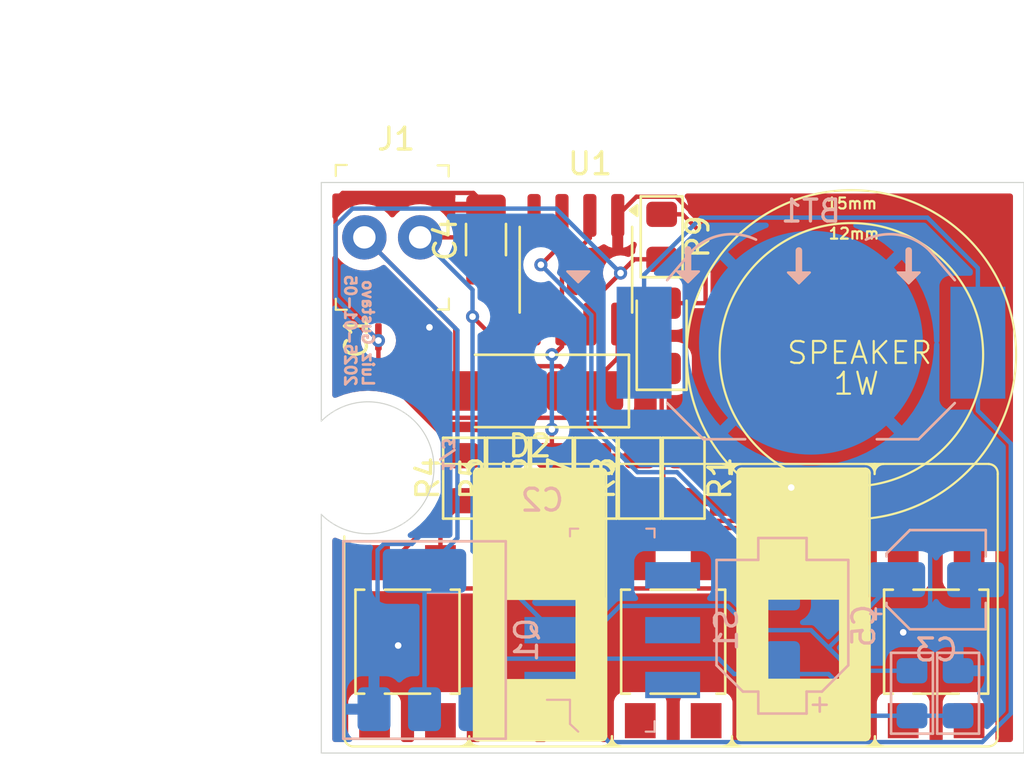
<source format=kicad_pcb>
(kicad_pcb (version 20240108) (generator "pcbnew") (generator_version "8.0")
  (layers (0 "F.Cu" signal) (31 "B.Cu" signal) (34 "B.Paste" user) (35 "F.Paste" user) (36 "B.SilkS" user "B.Silkscreen") (37 "F.SilkS" user "F.Silkscreen") (38 "B.Mask" user) (39 "F.Mask" user) (44 "Edge.Cuts" user))
  (net 0 "")
  (net 1 "GND")
  (net 2 "Net-(BT1-+)")
  (net 3 "K0")
  (net 4 "Net-(U1-CV)")
  (net 5 "555_OUT")
  (net 6 "Net-(Q1-B)")
  (net 7 "3V")
  (net 8 "Net-(D1-K)")
  (net 9 "Net-(D2-A)")
  (net 10 "K1")
  (net 11 "Net-(R4-Pad1)")
  (net 12 "Net-(R5-Pad1)")
  (net 13 "Net-(R6-Pad1)")
  (net 14 "Net-(R7-Pad1)")
  (net 15 "Net-(R8-Pad1)")
  (footprint "Button_Switch_SMD:SW_SPST_TL3305B" (layer "F.Cu") (at 119.525 118.425 90)
    (property "Reference" "SW3" (hide yes))
    (property "Value" "TL3305")
    (fp_line (start 2.37 -2.37) (end 2.37 -1.97) (stroke (width 0.12)) (layer "F.SilkS"))
    (fp_line (start -2.37 -2.37) (end 2.37 -2.37) (stroke (width 0.12)) (layer "F.SilkS"))
    (fp_line (start -2.37 -2.37) (end -2.37 -1.97) (stroke (width 0.12)) (layer "F.SilkS"))
    (fp_line (start 2.37 1.03) (end 2.37 -1.03) (stroke (width 0.12)) (layer "F.SilkS"))
    (fp_line (start -2.37 1.03) (end -2.37 -1.03) (stroke (width 0.12)) (layer "F.SilkS"))
    (fp_line (start 2.37 2.37) (end 2.37 1.97) (stroke (width 0.12)) (layer "F.SilkS"))
    (fp_line (start -2.37 2.37) (end -2.37 1.97) (stroke (width 0.12)) (layer "F.SilkS"))
    (fp_line (start -2.37 2.37) (end 2.37 2.37) (stroke (width 0.12)) (layer "F.SilkS"))
    (pad "1" smd rect (at -3.6 -1.5 90) (size 1.6 1.4) (layers "F.Cu" "F.Paste" "F.Mask") (net 3 "K0"))
    (pad "1" smd rect (at 3.6 -1.5 90) (size 1.6 1.4) (layers "F.Cu" "F.Paste" "F.Mask") (net 3 "K0"))
    (pad "2" smd rect (at -3.6 1.5 90) (size 1.6 1.4) (layers "F.Cu" "F.Paste" "F.Mask") (net 13 "Net-(R6-Pad1)"))
    (pad "2" smd rect (at 3.6 1.5 90) (size 1.6 1.4) (layers "F.Cu" "F.Paste" "F.Mask") (net 13 "Net-(R6-Pad1)"))
  )
  (footprint "Button_Switch_SMD:SW_SPST_TL3305B" (layer "F.Cu") (at 107.425 118.425 90)
    (property "Reference" "SW1" (hide yes))
    (property "Value" "TL3305")
    (fp_line (start 2.37 -2.37) (end 2.37 -1.97) (stroke (width 0.12)) (layer "F.SilkS"))
    (fp_line (start -2.37 -2.37) (end 2.37 -2.37) (stroke (width 0.12)) (layer "F.SilkS"))
    (fp_line (start -2.37 -2.37) (end -2.37 -1.97) (stroke (width 0.12)) (layer "F.SilkS"))
    (fp_line (start 2.37 1.03) (end 2.37 -1.03) (stroke (width 0.12)) (layer "F.SilkS"))
    (fp_line (start -2.37 1.03) (end -2.37 -1.03) (stroke (width 0.12)) (layer "F.SilkS"))
    (fp_line (start 2.37 2.37) (end 2.37 1.97) (stroke (width 0.12)) (layer "F.SilkS"))
    (fp_line (start -2.37 2.37) (end -2.37 1.97) (stroke (width 0.12)) (layer "F.SilkS"))
    (fp_line (start -2.37 2.37) (end 2.37 2.37) (stroke (width 0.12)) (layer "F.SilkS"))
    (pad "1" smd rect (at -3.6 -1.5 90) (size 1.6 1.4) (layers "F.Cu" "F.Paste" "F.Mask") (net 3 "K0"))
    (pad "1" smd rect (at 3.6 -1.5 90) (size 1.6 1.4) (layers "F.Cu" "F.Paste" "F.Mask") (net 3 "K0"))
    (pad "2" smd rect (at -3.6 1.5 90) (size 1.6 1.4) (layers "F.Cu" "F.Paste" "F.Mask") (net 11 "Net-(R4-Pad1)"))
    (pad "2" smd rect (at 3.6 1.5 90) (size 1.6 1.4) (layers "F.Cu" "F.Paste" "F.Mask") (net 11 "Net-(R4-Pad1)"))
  )
  (footprint "LED_SMD:LED_1206_3216Metric_Pad1.42x1.75mm_HandSolder" (layer "F.Cu") (at 119 104.4875 90)
    (property "Reference" "D1" (hide yes))
    (property "Value" "516-1441-1-ND")
    (fp_line (start 1.6 -1.135) (end -2.46 -1.135) (stroke (width 0.12)) (layer "F.SilkS"))
    (fp_line (start -2.46 -1.135) (end -2.46 1.135) (stroke (width 0.12)) (layer "F.SilkS"))
    (fp_line (start -2.46 1.135) (end 1.6 1.135) (stroke (width 0.12)) (layer "F.SilkS"))
    (pad "1" smd roundrect (at -1.4875 0 90) (size 1.425 1.75) (layers "F.Cu" "F.Paste" "F.Mask") (roundrect_rratio 0.175439) (net 8 "Net-(D1-K)"))
    (pad "2" smd roundrect (at 1.4875 0 90) (size 1.425 1.75) (layers "F.Cu" "F.Paste" "F.Mask") (roundrect_rratio 0.175439) (net 7 "3V"))
  )
  (footprint "PCM_Resistor_SMD_AKL:R_0805_2012Metric_Pad1.15x1.40mm_HandSolder" (layer "F.Cu") (at 114 110.975 90)
    (property "Reference" "R6" (at 0 -1.65 90) (layer "F.SilkS"))
    (property "Value" "24k 1% ERJ-2RKF2402X")
    (fp_line (start 1.8415 -0.9525) (end -1.8415 -0.9525) (stroke (width 0.12)) (layer "F.SilkS"))
    (fp_line (start -1.8415 -0.9525) (end -1.8415 0.9525) (stroke (width 0.12)) (layer "F.SilkS"))
    (fp_line (start 1.8415 0.9525) (end 1.8415 -0.9525) (stroke (width 0.12)) (layer "F.SilkS"))
    (fp_line (start -1.8415 0.9525) (end 1.8415 0.9525) (stroke (width 0.12)) (layer "F.SilkS"))
    (pad "1" smd roundrect (at -1.025 0 90) (size 1.15 1.4) (layers "F.Cu" "F.Paste" "F.Mask") (roundrect_rratio 0.217391) (net 13 "Net-(R6-Pad1)"))
    (pad "2" smd roundrect (at 1.025 0 90) (size 1.15 1.4) (layers "F.Cu" "F.Paste" "F.Mask") (roundrect_rratio 0.217391) (net 10 "K1"))
  )
  (footprint "PCM_Resistor_SMD_AKL:R_0805_2012Metric_Pad1.15x1.40mm_HandSolder" (layer "F.Cu") (at 112 110.975 90)
    (property "Reference" "R5" (at 0 -1.65 90) (layer "F.SilkS"))
    (property "Value" "25.5k 1% ERJ-2RKF2552X")
    (fp_line (start 1.8415 -0.9525) (end -1.8415 -0.9525) (stroke (width 0.12)) (layer "F.SilkS"))
    (fp_line (start -1.8415 -0.9525) (end -1.8415 0.9525) (stroke (width 0.12)) (layer "F.SilkS"))
    (fp_line (start 1.8415 0.9525) (end 1.8415 -0.9525) (stroke (width 0.12)) (layer "F.SilkS"))
    (fp_line (start -1.8415 0.9525) (end 1.8415 0.9525) (stroke (width 0.12)) (layer "F.SilkS"))
    (pad "1" smd roundrect (at -1.025 0 90) (size 1.15 1.4) (layers "F.Cu" "F.Paste" "F.Mask") (roundrect_rratio 0.217391) (net 12 "Net-(R5-Pad1)"))
    (pad "2" smd roundrect (at 1.025 0 90) (size 1.15 1.4) (layers "F.Cu" "F.Paste" "F.Mask") (roundrect_rratio 0.217391) (net 10 "K1"))
  )
  (footprint "PCM_Resistor_SMD_AKL:R_0805_2012Metric_Pad1.15x1.40mm_HandSolder" (layer "F.Cu") (at 119 99.975 -90)
    (property "Reference" "R9" (at 0 -1.65 90) (layer "F.SilkS"))
    (property "Value" "1.4k 1% RC0402FR-071K4L")
    (fp_line (start -1.8415 0.9525) (end 1.8415 0.9525) (stroke (width 0.12)) (layer "F.SilkS"))
    (fp_line (start 1.8415 0.9525) (end 1.8415 -0.9525) (stroke (width 0.12)) (layer "F.SilkS"))
    (fp_line (start -1.8415 -0.9525) (end -1.8415 0.9525) (stroke (width 0.12)) (layer "F.SilkS"))
    (fp_line (start 1.8415 -0.9525) (end -1.8415 -0.9525) (stroke (width 0.12)) (layer "F.SilkS"))
    (pad "1" smd roundrect (at -1.025 0 270) (size 1.15 1.4) (layers "F.Cu" "F.Paste" "F.Mask") (roundrect_rratio 0.217391) (net 7 "3V"))
    (pad "2" smd roundrect (at 1.025 0 270) (size 1.15 1.4) (layers "F.Cu" "F.Paste" "F.Mask") (roundrect_rratio 0.217391) (net 3 "K0"))
  )
  (footprint "PCM_Resistor_SMD_AKL:R_0805_2012Metric_Pad1.15x1.40mm_HandSolder" (layer "F.Cu") (at 116 110.975 90)
    (property "Reference" "R7" (at 0 -1.65 90) (layer "F.SilkS"))
    (property "Value" "22.1k 1% ERJ-2RKF2212X")
    (fp_line (start 1.8415 -0.9525) (end -1.8415 -0.9525) (stroke (width 0.12)) (layer "F.SilkS"))
    (fp_line (start -1.8415 -0.9525) (end -1.8415 0.9525) (stroke (width 0.12)) (layer "F.SilkS"))
    (fp_line (start 1.8415 0.9525) (end 1.8415 -0.9525) (stroke (width 0.12)) (layer "F.SilkS"))
    (fp_line (start -1.8415 0.9525) (end 1.8415 0.9525) (stroke (width 0.12)) (layer "F.SilkS"))
    (pad "1" smd roundrect (at -1.025 0 90) (size 1.15 1.4) (layers "F.Cu" "F.Paste" "F.Mask") (roundrect_rratio 0.217391) (net 14 "Net-(R7-Pad1)"))
    (pad "2" smd roundrect (at 1.025 0 90) (size 1.15 1.4) (layers "F.Cu" "F.Paste" "F.Mask") (roundrect_rratio 0.217391) (net 10 "K1"))
  )
  (footprint "PCM_Resistor_SMD_AKL:R_0805_2012Metric_Pad1.15x1.40mm_HandSolder" (layer "F.Cu") (at 110 110.975 90)
    (property "Reference" "R4" (at 0 -1.65 90) (layer "F.SilkS"))
    (property "Value" "27k 1% RMCF0402FT27K0")
    (fp_line (start 1.8415 -0.9525) (end -1.8415 -0.9525) (stroke (width 0.12)) (layer "F.SilkS"))
    (fp_line (start -1.8415 -0.9525) (end -1.8415 0.9525) (stroke (width 0.12)) (layer "F.SilkS"))
    (fp_line (start 1.8415 0.9525) (end 1.8415 -0.9525) (stroke (width 0.12)) (layer "F.SilkS"))
    (fp_line (start -1.8415 0.9525) (end 1.8415 0.9525) (stroke (width 0.12)) (layer "F.SilkS"))
    (pad "1" smd roundrect (at -1.025 0 90) (size 1.15 1.4) (layers "F.Cu" "F.Paste" "F.Mask") (roundrect_rratio 0.217391) (net 11 "Net-(R4-Pad1)"))
    (pad "2" smd roundrect (at 1.025 0 90) (size 1.15 1.4) (layers "F.Cu" "F.Paste" "F.Mask") (roundrect_rratio 0.217391) (net 10 "K1"))
  )
  (footprint "digikey-footprints:PinHeader_1x2_P2.54mm_Drill1.02mm" (layer "F.Cu") (at 105.46 100)
    (property "Reference" "J1" (at 1.45 -4.48 0) (layer "F.SilkS"))
    (property "Value" "2 pin header")
    (fp_line (start -1.3 -3.3) (end -1.3 -2.8) (stroke (width 0.1)) (layer "F.SilkS"))
    (fp_line (start -1.3 -3.3) (end -0.8 -3.3) (stroke (width 0.1)) (layer "F.SilkS"))
    (fp_line (start -1.3 3.3) (end -1.3 2.8) (stroke (width 0.1)) (layer "F.SilkS"))
    (fp_line (start -1.3 3.3) (end -0.8 3.3) (stroke (width 0.1)) (layer "F.SilkS"))
    (fp_line (start 3.84 -3.28) (end 3.34 -3.28) (stroke (width 0.1)) (layer "F.SilkS"))
    (fp_line (start 3.84 -3.28) (end 3.84 -2.78) (stroke (width 0.1)) (layer "F.SilkS"))
    (fp_line (start 3.85 3.29) (end 3.35 3.29) (stroke (width 0.1)) (layer "F.SilkS"))
    (fp_line (start 3.85 3.29) (end 3.85 2.79) (stroke (width 0.1)) (layer "F.SilkS"))
    (pad "1" thru_hole circle (at 0 0) (size 2.02 2.02) (drill 1.02) (layers "*.Cu" "*.Mask") (net 9 "Net-(D2-A)"))
    (pad "2" thru_hole circle (at 2.54 0) (size 2.02 2.02) (drill 1.02) (layers "*.Cu" "*.Mask") (net 7 "3V"))
  )
  (footprint "Button_Switch_SMD:SW_SPST_TL3305B" (layer "F.Cu") (at 131.5 118.425 90)
    (property "Reference" "SW5" (hide yes))
    (property "Value" "TL3305" (hide yes))
    (fp_line (start 2.37 -2.37) (end 2.37 -1.97) (stroke (width 0.12)) (layer "F.SilkS"))
    (fp_line (start -2.37 -2.37) (end 2.37 -2.37) (stroke (width 0.12)) (layer "F.SilkS"))
    (fp_line (start -2.37 -2.37) (end -2.37 -1.97) (stroke (width 0.12)) (layer "F.SilkS"))
    (fp_line (start 2.37 1.03) (end 2.37 -1.03) (stroke (width 0.12)) (layer "F.SilkS"))
    (fp_line (start -2.37 1.03) (end -2.37 -1.03) (stroke (width 0.12)) (layer "F.SilkS"))
    (fp_line (start 2.37 2.37) (end 2.37 1.97) (stroke (width 0.12)) (layer "F.SilkS"))
    (fp_line (start -2.37 2.37) (end -2.37 1.97) (stroke (width 0.12)) (layer "F.SilkS"))
    (fp_line (start -2.37 2.37) (end 2.37 2.37) (stroke (width 0.12)) (layer "F.SilkS"))
    (pad "1" smd rect (at -3.6 -1.5 90) (size 1.6 1.4) (layers "F.Cu" "F.Paste" "F.Mask") (net 3 "K0"))
    (pad "1" smd rect (at 3.6 -1.5 90) (size 1.6 1.4) (layers "F.Cu" "F.Paste" "F.Mask") (net 3 "K0"))
    (pad "2" smd rect (at -3.6 1.5 90) (size 1.6 1.4) (layers "F.Cu" "F.Paste" "F.Mask") (net 15 "Net-(R8-Pad1)"))
    (pad "2" smd rect (at 3.6 1.5 90) (size 1.6 1.4) (layers "F.Cu" "F.Paste" "F.Mask") (net 15 "Net-(R8-Pad1)"))
  )
  (footprint "Capacitor_SMD:C_1206_3216Metric" (layer "F.Cu") (at 111 100.1 90)
    (property "Reference" "C4" (at 0 -1.85 90) (layer "F.SilkS"))
    (property "Value" "CHV1206N500103JCT")
    (fp_line (start -0.711252 -0.91) (end 0.711252 -0.91) (stroke (width 0.12)) (layer "F.SilkS"))
    (fp_line (start -0.711252 0.91) (end 0.711252 0.91) (stroke (width 0.12)) (layer "F.SilkS"))
    (pad "1" smd roundrect (at -1.475 0 90) (size 1.15 1.8) (layers "F.Cu" "F.Paste" "F.Mask") (roundrect_rratio 0.217391) (net 4 "Net-(U1-CV)"))
    (pad "2" smd roundrect (at 1.475 0 90) (size 1.15 1.8) (layers "F.Cu" "F.Paste" "F.Mask") (roundrect_rratio 0.217391) (net 1 "GND"))
  )
  (footprint "Button_Switch_SMD:SW_SPST_TL3305B" (layer "F.Cu") (at 113.475 118.425 90)
    (property "Reference" "SW2" (hide yes))
    (property "Value" "TL3305")
    (fp_line (start 2.37 -2.37) (end 2.37 -1.97) (stroke (width 0.12)) (layer "F.SilkS"))
    (fp_line (start -2.37 -2.37) (end 2.37 -2.37) (stroke (width 0.12)) (layer "F.SilkS"))
    (fp_line (start -2.37 -2.37) (end -2.37 -1.97) (stroke (width 0.12)) (layer "F.SilkS"))
    (fp_line (start 2.37 1.03) (end 2.37 -1.03) (stroke (width 0.12)) (layer "F.SilkS"))
    (fp_line (start -2.37 1.03) (end -2.37 -1.03) (stroke (width 0.12)) (layer "F.SilkS"))
    (fp_line (start 2.37 2.37) (end 2.37 1.97) (stroke (width 0.12)) (layer "F.SilkS"))
    (fp_line (start -2.37 2.37) (end -2.37 1.97) (stroke (width 0.12)) (layer "F.SilkS"))
    (fp_line (start -2.37 2.37) (end 2.37 2.37) (stroke (width 0.12)) (layer "F.SilkS"))
    (pad "1" smd rect (at -3.6 -1.5 90) (size 1.6 1.4) (layers "F.Cu" "F.Paste" "F.Mask") (net 3 "K0"))
    (pad "1" smd rect (at 3.6 -1.5 90) (size 1.6 1.4) (layers "F.Cu" "F.Paste" "F.Mask") (net 3 "K0"))
    (pad "2" smd rect (at -3.6 1.5 90) (size 1.6 1.4) (layers "F.Cu" "F.Paste" "F.Mask") (net 12 "Net-(R5-Pad1)"))
    (pad "2" smd rect (at 3.6 1.5 90) (size 1.6 1.4) (layers "F.Cu" "F.Paste" "F.Mask") (net 12 "Net-(R5-Pad1)"))
  )
  (footprint "Package_SO:SOIC-8_3.9x4.9mm_P1.27mm" (layer "F.Cu") (at 115.095 101.475 -90)
    (property "Reference" "U1" (at -4.83 -0.645 0) (layer "F.SilkS"))
    (property "Value" "LMC555CMX/NOPBCT-ND")
    (fp_line (start 0 2.56) (end -1.95 2.56) (stroke (width 0.12)) (layer "F.SilkS"))
    (fp_line (start 0 2.56) (end 1.95 2.56) (stroke (width 0.12)) (layer "F.SilkS"))
    (fp_line (start 0 -2.56) (end -1.95 -2.56) (stroke (width 0.12)) (layer "F.SilkS"))
    (fp_line (start 0 -2.56) (end 1.95 -2.56) (stroke (width 0.12)) (layer "F.SilkS"))
    (fp_poly (pts (xy -2.7 -2.465) (xy -2.94 -2.795) (xy -2.46 -2.795) (xy -2.7 -2.465)) (stroke (width 0.12)) (fill solid) (layer "F.SilkS"))
    (pad "1" smd roundrect (at -2.475 -1.905 270) (size 1.95 0.6) (layers "F.Cu" "F.Paste" "F.Mask") (net 1 "GND"))
    (pad "2" smd roundrect (at -2.475 -0.635 270) (size 1.95 0.6) (layers "F.Cu" "F.Paste" "F.Mask") (net 10 "K1"))
    (pad "3" smd roundrect (at -2.475 0.635 270) (size 1.95 0.6) (layers "F.Cu" "F.Paste" "F.Mask") (net 5 "555_OUT"))
    (pad "4" smd roundrect (at -2.475 1.905 270) (size 1.95 0.6) (layers "F.Cu" "F.Paste" "F.Mask") (net 7 "3V"))
    (pad "5" smd roundrect (at 2.475 1.905 270) (size 1.95 0.6) (layers "F.Cu" "F.Paste" "F.Mask") (net 4 "Net-(U1-CV)"))
    (pad "6" smd roundrect (at 2.475 0.635 270) (size 1.95 0.6) (layers "F.Cu" "F.Paste" "F.Mask") (net 10 "K1"))
    (pad "7" smd roundrect (at 2.475 -0.635 270) (size 1.95 0.6) (layers "F.Cu" "F.Paste" "F.Mask") (net 3 "K0"))
    (pad "8" smd roundrect (at 2.475 -1.905 270) (size 1.95 0.6) (layers "F.Cu" "F.Paste" "F.Mask") (net 7 "3V"))
  )
  (footprint "PCM_Resistor_SMD_AKL:R_0805_2012Metric_Pad1.15x1.40mm_HandSolder" (layer "F.Cu") (at 118 110.975 90)
    (property "Reference" "R8" (at 0 -1.65 90) (layer "F.SilkS"))
    (property "Value" "21k 1% RMCF0402FT21K0")
    (fp_line (start 1.8415 -0.9525) (end -1.8415 -0.9525) (stroke (width 0.12)) (layer "F.SilkS"))
    (fp_line (start -1.8415 -0.9525) (end -1.8415 0.9525) (stroke (width 0.12)) (layer "F.SilkS"))
    (fp_line (start 1.8415 0.9525) (end 1.8415 -0.9525) (stroke (width 0.12)) (layer "F.SilkS"))
    (fp_line (start -1.8415 0.9525) (end 1.8415 0.9525) (stroke (width 0.12)) (layer "F.SilkS"))
    (pad "1" smd roundrect (at -1.025 0 90) (size 1.15 1.4) (layers "F.Cu" "F.Paste" "F.Mask") (roundrect_rratio 0.217391) (net 15 "Net-(R8-Pad1)"))
    (pad "2" smd roundrect (at 1.025 0 90) (size 1.15 1.4) (layers "F.Cu" "F.Paste" "F.Mask") (roundrect_rratio 0.217391) (net 10 "K1"))
  )
  (footprint "Button_Switch_SMD:SW_SPST_TL3305B" (layer "F.Cu") (at 125.5 118.425 90)
    (property "Reference" "SW4" (hide yes))
    (property "Value" "TL3305")
    (fp_line (start 2.37 -2.37) (end 2.37 -1.97) (stroke (width 0.12)) (layer "F.SilkS"))
    (fp_line (start -2.37 -2.37) (end 2.37 -2.37) (stroke (width 0.12)) (layer "F.SilkS"))
    (fp_line (start -2.37 -2.37) (end -2.37 -1.97) (stroke (width 0.12)) (layer "F.SilkS"))
    (fp_line (start 2.37 1.03) (end 2.37 -1.03) (stroke (width 0.12)) (layer "F.SilkS"))
    (fp_line (start -2.37 1.03) (end -2.37 -1.03) (stroke (width 0.12)) (layer "F.SilkS"))
    (fp_line (start 2.37 2.37) (end 2.37 1.97) (stroke (width 0.12)) (layer "F.SilkS"))
    (fp_line (start -2.37 2.37) (end -2.37 1.97) (stroke (width 0.12)) (layer "F.SilkS"))
    (fp_line (start -2.37 2.37) (end 2.37 2.37) (stroke (width 0.12)) (layer "F.SilkS"))
    (pad "1" smd rect (at -3.6 -1.5 90) (size 1.6 1.4) (layers "F.Cu" "F.Paste" "F.Mask") (net 3 "K0"))
    (pad "1" smd rect (at 3.6 -1.5 90) (size 1.6 1.4) (layers "F.Cu" "F.Paste" "F.Mask") (net 3 "K0"))
    (pad "2" smd rect (at -3.6 1.5 90) (size 1.6 1.4) (layers "F.Cu" "F.Paste" "F.Mask") (net 14 "Net-(R7-Pad1)"))
    (pad "2" smd rect (at 3.6 1.5 90) (size 1.6 1.4) (layers "F.Cu" "F.Paste" "F.Mask") (net 14 "Net-(R7-Pad1)"))
  )
  (footprint "PCM_Resistor_SMD_AKL:R_0805_2012Metric_Pad1.15x1.40mm_HandSolder" (layer "F.Cu") (at 120 110.975 -90)
    (property "Reference" "R1" (at 0 -1.65 90) (layer "F.SilkS"))
    (property "Value" "CRCW080540R2FKEA")
    (fp_line (start -1.8415 0.9525) (end 1.8415 0.9525) (stroke (width 0.12)) (layer "F.SilkS"))
    (fp_line (start 1.8415 0.9525) (end 1.8415 -0.9525) (stroke (width 0.12)) (layer "F.SilkS"))
    (fp_line (start -1.8415 -0.9525) (end -1.8415 0.9525) (stroke (width 0.12)) (layer "F.SilkS"))
    (fp_line (start 1.8415 -0.9525) (end -1.8415 -0.9525) (stroke (width 0.12)) (layer "F.SilkS"))
    (pad "1" smd roundrect (at -1.025 0 270) (size 1.15 1.4) (layers "F.Cu" "F.Paste" "F.Mask") (roundrect_rratio 0.217391) (net 8 "Net-(D1-K)"))
    (pad "2" smd roundrect (at 1.025 0 270) (size 1.15 1.4) (layers "F.Cu" "F.Paste" "F.Mask") (roundrect_rratio 0.217391) (net 1 "GND"))
  )
  (footprint "Diode_SMD:D_SMA_Handsoldering" (layer "F.Cu") (at 113 107 180)
    (property "Reference" "D2" (at 0 -2.5 0) (layer "F.SilkS"))
    (property "Value" "B150-FDICT-ND")
    (fp_line (start -4.51 1.65) (end 2.5 1.65) (stroke (width 0.12)) (layer "F.SilkS"))
    (fp_line (start -4.51 -1.65) (end 2.5 -1.65) (stroke (width 0.12)) (layer "F.SilkS"))
    (fp_line (start -4.51 -1.65) (end -4.51 1.65) (stroke (width 0.12)) (layer "F.SilkS"))
    (pad "1" smd roundrect (at -2.5 0 180) (size 3.5 1.8) (layers "F.Cu" "F.Paste" "F.Mask") (roundrect_rratio 0.1388888889) (net 7 "3V"))
    (pad "2" smd roundrect (at 2.5 0 180) (size 3.5 1.8) (layers "F.Cu" "F.Paste" "F.Mask") (roundrect_rratio 0.1388888889) (net 9 "Net-(D2-A)"))
  )
  (footprint "Capacitor_SMD:C_01005_0402Metric_Pad0.57x0.30mm_HandSolder" (layer "F.Cu") (at 106.1 104.5375 90)
    (property "Reference" "C1" (at 0 -1 90) (layer "F.SilkS"))
    (property "Value" "490-GRM02YR60J104ME01LTR-ND")
    (pad "1" smd roundrect (at -0.3375 0 90) (size 0.575 0.3) (layers "F.Cu" "F.Mask") (net 3 "K0"))
    (pad "2" smd roundrect (at 0.3375 0 90) (size 0.575 0.3) (layers "F.Cu" "F.Mask") (net 1 "GND"))
  )
  (footprint "Capacitor_SMD:C_01005_0402Metric_Pad0.57x0.30mm_HandSolder" (layer "B.Cu") (at 113.5625 110.975)
    (property "Reference" "C2" (at 0 1 180) (layer "B.SilkS") (effects (justify mirror)))
    (property "Value" "490-GRM02YR60J104ME01LTR-ND")
    (pad "1" smd roundrect (at -0.3375 0) (size 0.575 0.3) (layers "B.Cu" "B.Mask") (net 7 "3V"))
    (pad "2" smd roundrect (at 0.3375 0) (size 0.575 0.3) (layers "B.Cu" "B.Mask") (net 1 "GND"))
  )
  (footprint "Battery:BatteryHolder_LINX_BAT-HLD-012-SMT" (layer "B.Cu") (at 125.8 104.8)
    (property "Reference" "BT1" (at 0 -6 0) (layer "B.SilkS") (effects (justify mirror)))
    (property "Value" "Battery_Cell")
    (fp_line (start -5.4 -4.2) (end -6.55 -2.85) (stroke (width 0.12)) (layer "B.SilkS"))
    (fp_line (start -4.9 4.4) (end -6.55 2.75) (stroke (width 0.12)) (layer "B.SilkS"))
    (fp_line (start -3 4.4) (end -4.9 4.4) (stroke (width 0.12)) (layer "B.SilkS"))
    (fp_line (start 3 4.4) (end 4.9 4.4) (stroke (width 0.12)) (layer "B.SilkS"))
    (fp_line (start 5.4 -4.2) (end 6.55 -2.85) (stroke (width 0.12)) (layer "B.SilkS"))
    (fp_line (start 6.55 2.75) (end 4.9 4.4) (stroke (width 0.12)) (layer "B.SilkS"))
    (fp_arc (start -5.4 -4.2) (mid -4.031094 -4.908816) (end -2.504098 -4.697607) (stroke (width 0.12)) (layer "B.SilkS"))
    (fp_arc (start 2.501694 -4.696459) (mid 4.029781 -4.909041) (end 5.4 -4.2) (stroke (width 0.12)) (layer "B.SilkS"))
    (pad "1" smd rect (at -7.6 0) (size 2.5 5.1) (layers "B.Cu" "B.Paste" "B.Mask") (net 2 "Net-(BT1-+)"))
    (pad "1" smd rect (at 7.6 0) (size 2.5 5.1) (layers "B.Cu" "B.Paste" "B.Mask") (net 2 "Net-(BT1-+)"))
    (pad "2" smd circle (at 0 0) (size 10.2 10.2) (layers "B.Cu" "B.Mask") (net 1 "GND"))
  )
  (footprint "Capacitor_SMD:CP_Elec_4x3.9" (layer "B.Cu") (at 131.5 115.6)
    (property "Reference" "C3" (at 0 3.2 0) (layer "B.SilkS") (effects (justify mirror)))
    (property "Value" "732-6401-1-ND" (hide yes))
    (fp_line (start -2.75 1.31) (end -2.75 1.81) (stroke (width 0.12)) (layer "B.SilkS"))
    (fp_line (start -2.5 1.56) (end -3 1.56) (stroke (width 0.12)) (layer "B.SilkS"))
    (fp_line (start -2.26 -1.06) (end -2.26 -1.195563) (stroke (width 0.12)) (layer "B.SilkS"))
    (fp_line (start -2.26 1.06) (end -2.26 1.195563) (stroke (width 0.12)) (layer "B.SilkS"))
    (fp_line (start -1.195563 -2.26) (end -2.26 -1.195563) (stroke (width 0.12)) (layer "B.SilkS"))
    (fp_line (start -1.195563 2.26) (end -2.26 1.195563) (stroke (width 0.12)) (layer "B.SilkS"))
    (fp_line (start 2.26 -2.26) (end -1.195563 -2.26) (stroke (width 0.12)) (layer "B.SilkS"))
    (fp_line (start 2.26 -1.06) (end 2.26 -2.26) (stroke (width 0.12)) (layer "B.SilkS"))
    (fp_line (start 2.26 1.06) (end 2.26 2.26) (stroke (width 0.12)) (layer "B.SilkS"))
    (fp_line (start 2.26 2.26) (end -1.195563 2.26) (stroke (width 0.12)) (layer "B.SilkS"))
    (pad "1" smd roundrect (at -1.8 0) (size 2.6 1.6) (layers "B.Cu" "B.Paste" "B.Mask") (roundrect_rratio 0.15625) (net 7 "3V"))
    (pad "2" smd roundrect (at 1.8 0) (size 2.6 1.6) (layers "B.Cu" "B.Paste" "B.Mask") (roundrect_rratio 0.15625) (net 1 "GND"))
  )
  (footprint "PCM_Capacitor_SMD_AKL:CP_Elec_5x5.3" (layer "B.Cu") (at 124.5 117.7 90)
    (property "Reference" "C5" (at 0 3.7 90) (layer "B.SilkS") (effects (justify mirror)))
    (property "Value" "399-6668-2-ND" (hide yes))
    (fp_line (start 3 -3) (end 3 -1.1) (stroke (width 0.12)) (layer "B.SilkS"))
    (fp_line (start -1.8 -3) (end 3 -3) (stroke (width 0.12)) (layer "B.SilkS"))
    (fp_line (start -3 -1.8) (end -1.8 -3) (stroke (width 0.12)) (layer "B.SilkS"))
    (fp_line (start 4 -1.1) (end 4 1.1) (stroke (width 0.12)) (layer "B.SilkS"))
    (fp_line (start 3 -1.1) (end 4 -1.1) (stroke (width 0.12)) (layer "B.SilkS"))
    (fp_line (start -3 -1.1) (end -3 -1.8) (stroke (width 0.12)) (layer "B.SilkS"))
    (fp_line (start -4 -1.1) (end -3 -1.1) (stroke (width 0.12)) (layer "B.SilkS"))
    (fp_line (start 4 1.1) (end 3 1.1) (stroke (width 0.12)) (layer "B.SilkS"))
    (fp_line (start 3 1.1) (end 3 3) (stroke (width 0.12)) (layer "B.SilkS"))
    (fp_line (start -3 1.1) (end -4 1.1) (stroke (width 0.12)) (layer "B.SilkS"))
    (fp_line (start -4 1.1) (end -4 -1.1) (stroke (width 0.12)) (layer "B.SilkS"))
    (fp_line (start -3.6 1.3875) (end -3.6 2.0125) (stroke (width 0.12)) (layer "B.SilkS"))
    (fp_line (start -3.2875 1.7) (end -3.9125 1.7) (stroke (width 0.12)) (layer "B.SilkS"))
    (fp_line (start -3 1.8) (end -3 1.1) (stroke (width 0.12)) (layer "B.SilkS"))
    (fp_line (start 3 3) (end 2.9 3) (stroke (width 0.12)) (layer "B.SilkS"))
    (fp_line (start 2.9 3) (end -1.8 3) (stroke (width 0.12)) (layer "B.SilkS"))
    (fp_line (start -1.8 3) (end -3 1.8) (stroke (width 0.12)) (layer "B.SilkS"))
    (pad "1" smd roundrect (at -2.2 0 90) (size 3 1.6) (layers "B.Cu" "B.Paste" "B.Mask") (roundrect_rratio 0.15625) (net 6 "Net-(Q1-B)"))
    (pad "2" smd roundrect (at 2.2 0 90) (size 3 1.6) (layers "B.Cu" "B.Paste" "B.Mask") (roundrect_rratio 0.15625) (net 5 "555_OUT"))
  )
  (footprint "PCM_Resistor_SMD_AKL:R_0805_2012Metric_Pad1.15x1.40mm_HandSolder" (layer "B.Cu") (at 130.4 120.775 -90)
    (property "Reference" "R2" (hide yes))
    (property "Value" "RMCF0805FT10K0TR-ND" (hide yes))
    (fp_line (start -1.8415 0.9525) (end 1.8415 0.9525) (stroke (width 0.12)) (layer "B.SilkS"))
    (fp_line (start 1.8415 0.9525) (end 1.8415 -0.9525) (stroke (width 0.12)) (layer "B.SilkS"))
    (fp_line (start -1.8415 -0.9525) (end -1.8415 0.9525) (stroke (width 0.12)) (layer "B.SilkS"))
    (fp_line (start 1.8415 -0.9525) (end -1.8415 -0.9525) (stroke (width 0.12)) (layer "B.SilkS"))
    (pad "1" smd roundrect (at -1.025 0 270) (size 1.15 1.4) (layers "B.Cu" "B.Paste" "B.Mask") (roundrect_rratio 0.217391) (net 7 "3V"))
    (pad "2" smd roundrect (at 1.025 0 270) (size 1.15 1.4) (layers "B.Cu" "B.Paste" "B.Mask") (roundrect_rratio 0.217391) (net 6 "Net-(Q1-B)"))
  )
  (footprint "digikey-footprints:Switch_Slide_JS202011SCQN" (layer "B.Cu") (at 116.75 117.9 90)
    (property "Reference" "S1" (at 0 5.2 90) (layer "B.SilkS") (effects (justify mirror)))
    (property "Value" "401-2002-1-ND")
    (fp_line (start -3.175 -2.975) (end -3.175 -1.925) (stroke (width 0.1)) (layer "B.SilkS"))
    (fp_line (start 4.625 -1.925) (end 4.625 -1.55) (stroke (width 0.1)) (layer "B.SilkS"))
    (fp_line (start 4.275 -1.925) (end 4.625 -1.925) (stroke (width 0.1)) (layer "B.SilkS"))
    (fp_line (start -3.175 -1.925) (end -4.275 -1.925) (stroke (width 0.1)) (layer "B.SilkS"))
    (fp_line (start -4.275 -1.925) (end -4.625 -1.55) (stroke (width 0.1)) (layer "B.SilkS"))
    (fp_line (start -4.625 1.525) (end -4.625 1.925) (stroke (width 0.1)) (layer "B.SilkS"))
    (fp_line (start 4.625 1.55) (end 4.625 1.925) (stroke (width 0.1)) (layer "B.SilkS"))
    (fp_line (start 4.625 1.925) (end 4.225 1.925) (stroke (width 0.1)) (layer "B.SilkS"))
    (fp_line (start -4.625 1.925) (end -4.15 1.925) (stroke (width 0.1)) (layer "B.SilkS"))
    (pad "1" smd rect (at -2.5 -2.75 90) (size 1.2 2.5) (layers "B.Cu" "B.Paste" "B.Mask") (net 2 "Net-(BT1-+)"))
    (pad "2" smd rect (at 0 -2.75 90) (size 1.2 2.5) (layers "B.Cu" "B.Paste" "B.Mask") (net 7 "3V"))
    (pad "3" smd rect (at 2.5 -2.75 90) (size 1.2 2.5) (layers "B.Cu" "B.Paste" "B.Mask"))
    (pad "4" smd rect (at -2.5 2.75 90) (size 1.2 2.5) (layers "B.Cu" "B.Paste" "B.Mask"))
    (pad "5" smd rect (at 0 2.75 90) (size 1.2 2.5) (layers "B.Cu" "B.Paste" "B.Mask"))
    (pad "6" smd rect (at 2.5 2.75 90) (size 1.2 2.5) (layers "B.Cu" "B.Paste" "B.Mask"))
  )
  (footprint "PCM_Resistor_SMD_AKL:R_0805_2012Metric_Pad1.15x1.40mm_HandSolder" (layer "B.Cu") (at 132.5 120.775 90)
    (property "Reference" "R3" (hide yes))
    (property "Value" "RC0805FR-071KL" (hide yes))
    (fp_line (start 1.8415 -0.9525) (end -1.8415 -0.9525) (stroke (width 0.12)) (layer "B.SilkS"))
    (fp_line (start -1.8415 -0.9525) (end -1.8415 0.9525) (stroke (width 0.12)) (layer "B.SilkS"))
    (fp_line (start 1.8415 0.9525) (end 1.8415 -0.9525) (stroke (width 0.12)) (layer "B.SilkS"))
    (fp_line (start -1.8415 0.9525) (end 1.8415 0.9525) (stroke (width 0.12)) (layer "B.SilkS"))
    (pad "1" smd roundrect (at -1.025 0 90) (size 1.15 1.4) (layers "B.Cu" "B.Paste" "B.Mask") (roundrect_rratio 0.217391) (net 6 "Net-(Q1-B)"))
    (pad "2" smd roundrect (at 1.025 0 90) (size 1.15 1.4) (layers "B.Cu" "B.Paste" "B.Mask") (roundrect_rratio 0.217391) (net 1 "GND"))
  )
  (footprint "PCM_Package_TO_SOT_SMD_AKL:SOT-223-3_TabPin2" (layer "B.Cu") (at 108.2 118.35 90)
    (property "Reference" "Q1" (at 0 4.644 90) (layer "B.SilkS") (effects (justify mirror)))
    (property "Value" "4786-PZT2222ACT-ND" (hide yes))
    (fp_line (start 4.5 -3.7) (end 4.5 3.7) (stroke (width 0.12)) (layer "B.SilkS"))
    (fp_line (start -4.5 -3.7) (end 4.5 -3.7) (stroke (width 0.12)) (layer "B.SilkS"))
    (fp_line (start 4.5 3.7) (end -4.5 3.7) (stroke (width 0.12)) (layer "B.SilkS"))
    (fp_line (start -4.5 3.7) (end -4.5 -3.7) (stroke (width 0.12)) (layer "B.SilkS"))
    (pad "1" smd roundrect (at -3.15 2.3 90) (size 2 1.5) (layers "B.Cu" "B.Paste" "B.Mask") (roundrect_rratio 0.1666666667) (net 6 "Net-(Q1-B)"))
    (pad "2" smd roundrect (at -3.15 0 90) (size 2 1.5) (layers "B.Cu" "B.Paste" "B.Mask") (roundrect_rratio 0.1666666667) (net 9 "Net-(D2-A)"))
    (pad "2" smd roundrect (at 3.15 0 90) (size 2 3.8) (layers "B.Cu" "B.Paste" "B.Mask") (roundrect_rratio 0.125) (net 9 "Net-(D2-A)"))
    (pad "3" smd roundrect (at -3.15 -2.3 90) (size 2 1.5) (layers "B.Cu" "B.Paste" "B.Mask") (roundrect_rratio 0.1666666667) (net 1 "GND"))
  )
  (gr_line (start 120.2 101.55) (end 120.2 100.55) (stroke (width 0.3)) (layer "B.SilkS"))
  (gr_poly (pts (xy 125.75 101.6) (xy 125.25 102.1) (xy 124.75 101.6)) (stroke (width 0.1)) (fill solid) (layer "B.SilkS"))
  (gr_poly (pts (xy 120.7 101.55) (xy 120.2 102.05) (xy 119.7 101.55)) (stroke (width 0.1)) (fill solid) (layer "B.SilkS"))
  (gr_line (start 125.25 101.6) (end 125.25 100.6) (stroke (width 0.3)) (layer "B.SilkS"))
  (gr_poly (pts (xy 130.75 101.6) (xy 130.25 102.1) (xy 129.75 101.6)) (stroke (width 0.1)) (fill solid) (layer "B.SilkS"))
  (gr_poly (pts (xy 115.7 101.55) (xy 115.2 102.05) (xy 114.7 101.55)) (stroke (width 0.1)) (fill solid) (layer "B.SilkS"))
  (gr_line (start 130.25 101.6) (end 130.25 100.6) (stroke (width 0.3)) (layer "B.SilkS"))
  (gr_rect (start 110.508579 116.475) (end 111.808579 120.25) (stroke (width 0.1)) (fill solid) (layer "F.SilkS"))
  (gr_arc (start 116.275 110.55) (mid 116.416421 110.608579) (end 116.475 110.75) (stroke (width 0.1)) (layer "F.SilkS"))
  (gr_arc (start 128.475 122.7125) (mid 128.416421 122.853921) (end 128.275 122.9125) (stroke (width 0.1)) (layer "F.SilkS"))
  (gr_line (start 110.45 122.75) (end 110.45 110.75) (stroke (width 0.1)) (layer "F.SilkS"))
  (gr_rect (start 110.508579 120.175) (end 116.4 122.891421) (stroke (width 0.1)) (fill solid) (layer "F.SilkS"))
  (gr_arc (start 110.625 122.925) (mid 110.500005 122.873226) (end 110.448231 122.748231) (stroke (width 0.1)) (layer "F.SilkS"))
  (gr_arc (start 128.294304 110.329897) (mid 128.59406 110.473143) (end 128.697744 110.788774) (stroke (width 0.1)) (layer "F.SilkS"))
  (gr_arc (start 116.736184 122.730227) (mid 116.6325 123.045857) (end 116.332744 123.189104) (stroke (width 0.1)) (layer "F.SilkS"))
  (gr_rect (start 110.508579 110.608579) (end 116.375 116.475) (stroke (width 0.1)) (fill solid) (layer "F.SilkS"))
  (gr_line (start 133.9 123.2) (end 104.925 123.2) (stroke (width 0.1)) (layer "F.SilkS"))
  (gr_line (start 116.475 110.75) (end 116.475 122.725) (stroke (width 0.1)) (layer "F.SilkS"))
  (gr_arc (start 110.236184 122.73437) (mid 110.132499 123.049998) (end 109.832744 123.193247) (stroke (width 0.1)) (layer "F.SilkS"))
  (gr_arc (start 104.95 123.2) (mid 104.650244 123.056754) (end 104.54656 122.741123) (stroke (width 0.1)) (layer "F.SilkS"))
  (gr_line (start 128.475 110.7375) (end 128.475 122.7125) (stroke (width 0.1)) (layer "F.SilkS"))
  (gr_rect (start 115.125 116.4625) (end 116.425 120.2375) (stroke (width 0.1)) (fill solid) (layer "F.SilkS"))
  (gr_line (start 110.65 110.55) (end 116.275 110.55) (stroke (width 0.1)) (layer "F.SilkS"))
  (gr_line (start 108.925 110.325) (end 133.9 110.325) (stroke (width 0.1)) (layer "F.SilkS"))
  (gr_arc (start 122.605696 123.19096) (mid 122.30594 123.047714) (end 122.202256 122.732083) (stroke (width 0.1)) (layer "F.SilkS"))
  (gr_arc (start 133.901804 110.329897) (mid 134.20156 110.473143) (end 134.305244 110.788774) (stroke (width 0.1)) (layer "F.SilkS"))
  (gr_circle (center 116.7325 110.425) (end 116.8325 110.425) (stroke (width 0.1)) (fill solid) (layer "F.SilkS"))
  (gr_arc (start 122.45 110.7375) (mid 122.508579 110.596079) (end 122.65 110.5375) (stroke (width 0.1)) (layer "F.SilkS"))
  (gr_line (start 128.275 122.9125) (end 122.65 122.9125) (stroke (width 0.1)) (layer "F.SilkS"))
  (gr_line (start 116.275 122.925) (end 110.65 122.925) (stroke (width 0.1)) (layer "F.SilkS"))
  (gr_circle (center 127.64 105.35) (end 135.14 105.35) (stroke (width 0.1)) (fill none) (layer "F.SilkS"))
  (gr_line (start 122.45 122.7375) (end 122.45 110.7375) (stroke (width 0.1)) (layer "F.SilkS"))
  (gr_circle (center 110.2325 123.095857) (end 110.1325 123.095857) (stroke (width 0.1)) (fill solid) (layer "F.SilkS"))
  (gr_arc (start 116.728816 110.786487) (mid 116.8325 110.470857) (end 117.132256 110.32761) (stroke (width 0.1)) (layer "F.SilkS"))
  (gr_rect (start 122.508579 116.4625) (end 123.808579 120.2375) (stroke (width 0.1)) (fill solid) (layer "F.SilkS"))
  (gr_arc (start 129.113196 123.19096) (mid 128.81344 123.047714) (end 128.709756 122.732083) (stroke (width 0.1)) (layer "F.SilkS"))
  (gr_rect (start 127.125 116.45) (end 128.425 120.225) (stroke (width 0.1)) (fill solid) (layer "F.SilkS"))
  (gr_line (start 134.305244 110.788774) (end 134.305244 122.734369) (stroke (width 0.1)) (layer "F.SilkS"))
  (gr_circle (center 116.7325 123.091714) (end 116.6325 123.091714) (stroke (width 0.1)) (fill solid) (layer "F.SilkS"))
  (gr_arc (start 110.221316 110.786487) (mid 110.325 110.470856) (end 110.624756 110.32761) (stroke (width 0.1)) (layer "F.SilkS"))
  (gr_arc (start 109.819304 110.329897) (mid 110.11906 110.473143) (end 110.222744 110.788774) (stroke (width 0.1)) (layer "F.SilkS"))
  (gr_arc (start 117.138196 123.186817) (mid 116.83844 123.043571) (end 116.734756 122.72794) (stroke (width 0.1)) (layer "F.SilkS"))
  (gr_circle (center 128.7075 123.095857) (end 128.6075 123.095857) (stroke (width 0.1)) (fill solid) (layer "F.SilkS"))
  (gr_arc (start 121.794304 110.33404) (mid 122.09406 110.477286) (end 122.197744 110.792917) (stroke (width 0.1)) (layer "F.SilkS"))
  (gr_arc (start 122.196316 110.79063) (mid 122.3 110.475) (end 122.599756 110.331753) (stroke (width 0.1)) (layer "F.SilkS"))
  (gr_circle (center 127.64 105.35) (end 133.64 105.35) (stroke (width 0.1)) (fill none) (layer "F.SilkS"))
  (gr_arc (start 134.305244 122.734369) (mid 134.201585 123.050022) (end 133.901804 123.193246) (stroke (width 0.1)) (layer "F.SilkS"))
  (gr_arc (start 110.638196 123.19096) (mid 110.33843 123.047725) (end 110.234756 122.732083) (stroke (width 0.1)) (layer "F.SilkS"))
  (gr_arc (start 128.696316 110.786487) (mid 128.8 110.470857) (end 129.099756 110.32761) (stroke (width 0.1)) (layer "F.SilkS"))
  (gr_circle (center 128.7 110.425) (end 128.8 110.425) (stroke (width 0.1)) (fill solid) (layer "F.SilkS"))
  (gr_arc (start 128.711184 122.73437) (mid 128.6075 123.050001) (end 128.307744 123.193247) (stroke (width 0.1)) (layer "F.SilkS"))
  (gr_rect (start 122.508579 120.1625) (end 128.4 122.878921) (stroke (width 0.1)) (fill solid) (layer "F.SilkS"))
  (gr_circle (center 122.2 123.095857) (end 122.1 123.095857) (stroke (width 0.1)) (fill solid) (layer "F.SilkS"))
  (gr_rect (start 122.508579 110.596079) (end 128.375 116.4625) (stroke (width 0.1)) (fill solid) (layer "F.SilkS"))
  (gr_arc (start 116.326804 110.329897) (mid 116.62656 110.473143) (end 116.730244 110.788774) (stroke (width 0.1)) (layer "F.SilkS"))
  (gr_arc (start 122.625 122.9125) (mid 122.500005 122.860726) (end 122.448231 122.735731) (stroke (width 0.1)) (layer "F.SilkS"))
  (gr_line (start 104.54656 122.741123) (end 104.54656 113.625) (stroke (width 0.1)) (layer "F.SilkS"))
  (gr_arc (start 110.45 110.75) (mid 110.508579 110.608579) (end 110.65 110.55) (stroke (width 0.1)) (layer "F.SilkS"))
  (gr_line (start 122.65 110.5375) (end 128.275 110.5375) (stroke (width 0.1)) (layer "F.SilkS"))
  (gr_arc (start 128.275 110.5375) (mid 128.416421 110.596079) (end 128.475 110.7375) (stroke (width 0.1)) (layer "F.SilkS"))
  (gr_arc (start 116.475 122.725) (mid 116.416421 122.866421) (end 116.275 122.925) (stroke (width 0.1)) (layer "F.SilkS"))
  (gr_arc (start 122.203684 122.73437) (mid 122.1 123.05) (end 121.800244 123.193247) (stroke (width 0.1)) (layer "F.SilkS"))
  (gr_circle (center 110.225 110.425) (end 110.325 110.425) (stroke (width 0.1)) (fill solid) (layer "F.SilkS"))
  (gr_circle (center 122.2 110.429143) (end 122.3 110.429143) (stroke (width 0.1)) (fill solid) (layer "F.SilkS"))
  (gr_line (start 103.5 112.625288) (end 103.5 113.25) (stroke (width 0.05)) (layer "Edge.Cuts"))
  (gr_line (start 103.500001 108.375) (end 103.500001 97.5) (stroke (width 0.05)) (layer "Edge.Cuts"))
  (gr_line (start 135.5 123.5) (end 103.5 123.5) (stroke (width 0.05)) (layer "Edge.Cuts"))
  (gr_line (start 103.5 123.5) (end 103.5 113.25) (stroke (width 0.05)) (layer "Edge.Cuts"))
  (gr_line (start 135.5 97.5) (end 135.5 123.5) (stroke (width 0.05)) (layer "Edge.Cuts"))
  (gr_arc (start 103.5 108.374712) (mid 108.630899 110.5) (end 103.5 112.625288) (stroke (width 0.05)) (layer "Edge.Cuts"))
  (gr_line (start 103.500001 97.5) (end 135.5 97.5) (stroke (width 0.05)) (layer "Edge.Cuts"))
  (gr_text "Luiz Gustavo\n2025-01-05" (at 104.525 106.85 -90) (layer "B.SilkS") (effects (font (size 0.5 0.5) (thickness 0.125)) (justify left bottom mirror)))
  (gr_text "1/3" (at 108.975 110.725 -90) (layer "B.SilkS") (effects (font (size 0.5 0.5) (thickness 0.125)) (justify left bottom mirror)))
  (gr_text "1W" (at 126.75 107.25 0) (layer "F.SilkS") (effects (font (size 1 1) (thickness 0.1)) (justify left bottom)))
  (gr_text "12mm" (at 126.55 100.125 0) (layer "F.SilkS") (effects (font (size 0.5 0.5) (thickness 0.1)) (justify left bottom)))
  (gr_text "SPEAKER" (at 124.64 105.85 0) (layer "F.SilkS") (effects (font (size 1 1) (thickness 0.1)) (justify left bottom)))
  (gr_text "15mm" (at 126.45 98.75 0) (layer "F.SilkS") (effects (font (size 0.5 0.5) (thickness 0.1)) (justify left bottom)))
  (segment (start 110.425 97.975) (end 104.475001 97.975) (width 0.2) (layer "F.Cu") (net 1))
  (segment (start 104.475001 97.975) (end 104.15 98.300001) (width 0.2) (layer "F.Cu") (net 1))
  (segment (start 119.654506 98.148) (end 124.9 103.393494) (width 0.2) (layer "F.Cu") (net 1))
  (segment (start 119.073 109.566494) (end 119.073 111.073) (width 0.2) (layer "F.Cu") (net 1))
  (segment (start 108.4 107.8) (end 108.823 108.223) (width 0.2) (layer "F.Cu") (net 1))
  (segment (start 104.15 101.025) (end 106.1 102.975) (width 0.2) (layer "F.Cu") (net 1))
  (segment (start 117 98.8) (end 117 99.25) (width 0.2) (layer "F.Cu") (net 1))
  (segment (start 119.073 111.073) (end 120 112) (width 0.2) (layer "F.Cu") (net 1))
  (segment (start 117 99) (end 117.852 98.148) (width 0.2) (layer "F.Cu") (net 1))
  (segment (start 117.1 118) (end 116.1 119) (width 0.2) (layer "F.Cu") (net 1))
  (segment (start 117.852 98.148) (end 119.654506 98.148) (width 0.2) (layer "F.Cu") (net 1))
  (segment (start 117.729506 108.223) (end 119.073 109.566494) (width 0.2) (layer "F.Cu") (net 1))
  (segment (start 108.823 108.223) (end 117.729506 108.223) (width 0.2) (layer "F.Cu") (net 1))
  (segment (start 106.1 102.975) (end 108.4 105.275) (width 0.2) (layer "F.Cu") (net 1))
  (segment (start 104.15 98.300001) (end 104.15 101.025) (width 0.2) (layer "F.Cu") (net 1))
  (segment (start 108.4 105.275) (end 108.4 107.8) (width 0.2) (layer "F.Cu") (net 1))
  (segment (start 116.1 119) (end 107.4 119) (width 0.2) (layer "F.Cu") (net 1))
  (segment (start 124.9 103.393494) (end 124.9 111.4) (width 0.2) (layer "F.Cu") (net 1))
  (segment (start 107.4 119) (end 107 118.6) (width 0.2) (layer "F.Cu") (net 1))
  (segment (start 111 98.55) (end 110.425 97.975) (width 0.2) (layer "F.Cu") (net 1))
  (segment (start 130 118) (end 117.1 118) (width 0.2) (layer "F.Cu") (net 1))
  (via (at 108.425 104.1) (size 0.6) (drill 0.3) (layers "F.Cu" "B.Cu") (net 1))
  (via (at 130 118) (size 0.6) (drill 0.3) (layers "F.Cu" "B.Cu") (net 1))
  (via (at 107 118.6) (size 0.6) (drill 0.3) (layers "F.Cu" "B.Cu") (net 1))
  (via (at 124.9 111.4) (size 0.6) (drill 0.3) (layers "F.Cu" "B.Cu") (net 1))
  (segment (start 131.227 110.227) (end 125.8 104.8) (width 0.2) (layer "B.Cu") (net 1))
  (segment (start 132.5 119.75) (end 132.45 119.75) (width 0.2) (layer "B.Cu") (net 1))
  (segment (start 106.345494 113.973) (end 106.0625 114.255994) (width 0.2) (layer "B.Cu") (net 1))
  (segment (start 107.625 113.973) (end 106.345494 113.973) (width 0.2) (layer "B.Cu") (net 1))
  (segment (start 108.425 104.1) (end 109.039136 104.714136) (width 0.2) (layer "B.Cu") (net 1))
  (segment (start 105.9 121.5) (end 105.9 119.7) (width 0.2) (layer "B.Cu") (net 1))
  (segment (start 130 118) (end 131.227 116.773) (width 0.2) (layer "B.Cu") (net 1))
  (segment (start 109.039136 104.714136) (end 109.039136 112.558864) (width 0.2) (layer "B.Cu") (net 1))
  (segment (start 131.227 116.773) (end 131.227 110.227) (width 0.2) (layer "B.Cu") (net 1))
  (segment (start 106.0625 114.255994) (end 106.0625 117.6625) (width 0.2) (layer "B.Cu") (net 1))
  (segment (start 105.9 119.7) (end 107 118.6) (width 0.2) (layer "B.Cu") (net 1))
  (segment (start 106.0625 117.6625) (end 107 118.6) (width 0.2) (layer "B.Cu") (net 1))
  (segment (start 109.039136 112.558864) (end 107.625 113.973) (width 0.2) (layer "B.Cu") (net 1))
  (segment (start 118.2 101.7) (end 120.8 99.1) (width 0.2) (layer "B.Cu") (net 2))
  (segment (start 133.4 107.9) (end 134.9 109.4) (width 0.2) (layer "B.Cu") (net 2))
  (segment (start 134.9 109.4) (end 134.9 121.7) (width 0.2) (layer "B.Cu") (net 2))
  (segment (start 120.8 99.1) (end 131.1 99.1) (width 0.2) (layer "B.Cu") (net 2))
  (segment (start 131.1 99.1) (end 133.4 101.4) (width 0.2) (layer "B.Cu") (net 2))
  (segment (start 133.4 104.8) (end 133.4 107.9) (width 0.2) (layer "B.Cu") (net 2))
  (segment (start 133.4 101.4) (end 133.4 104.8) (width 0.2) (layer "B.Cu") (net 2))
  (segment (start 134.9 121.7) (end 133.6 123) (width 0.2) (layer "B.Cu") (net 2))
  (segment (start 116.6 123) (end 114 120.4) (width 0.2) (layer "B.Cu") (net 2))
  (segment (start 118.2 101.7) (end 118.2 104.8) (width 0.2) (layer "B.Cu") (net 2))
  (segment (start 133.6 123) (end 116.6 123) (width 0.2) (layer "B.Cu") (net 2))
  (segment (start 106.1 106.1) (end 106.1 104.7) (width 0.2) (layer "F.Cu") (net 3))
  (segment (start 110.575 116) (end 108.275 116) (width 0.2) (layer "F.Cu") (net 3))
  (segment (start 106.875 114.6) (end 105.925 114.6) (width 0.2) (layer "F.Cu") (net 3))
  (segment (start 122.7 116) (end 128.6 116) (width 0.2) (layer "F.Cu") (net 3))
  (segment (start 116.625 116) (end 118.025 114.6) (width 0.2) (layer "F.Cu") (net 3))
  (segment (start 128.6 116) (end 130 114.6) (width 0.2) (layer "F.Cu") (net 3))
  (segment (start 122.7 116) (end 124 114.7) (width 0.2) (layer "F.Cu") (net 3))
  (segment (start 109.073 109.073) (end 109.073 112.427) (width 0.2) (layer "F.Cu") (net 3))
  (segment (start 115.73 103.025001) (end 115.73 104) (width 0.2) (layer "F.Cu") (net 3))
  (segment (start 119 101) (end 117.755001 101) (width 0.2) (layer "F.Cu") (net 3))
  (segment (start 116.625 116) (end 122.7 116) (width 0.2) (layer "F.Cu") (net 3))
  (segment (start 117.1275 101.627501) (end 115.73 103.025001) (width 0.2) (layer "F.Cu") (net 3))
  (segment (start 106.9 114.6) (end 106.875 114.6) (width 0.2) (layer "F.Cu") (net 3))
  (segment (start 117.755001 101) (end 117.127501 101.6275) (width 0.2) (layer "F.Cu") (net 3))
  (segment (start 110.575 116) (end 111.975 114.6) (width 0.2) (layer "F.Cu") (net 3))
  (segment (start 110.575 116) (end 116.625 116) (width 0.2) (layer "F.Cu") (net 3))
  (segment (start 117.1275 101.6275) (end 117.1275 101.627501) (width 0.2) (layer "F.Cu") (net 3))
  (segment (start 117.127501 101.6275) (end 117.1275 101.6275) (width 0.2) (layer "F.Cu") (net 3))
  (segment (start 109.073 112.427) (end 106.9 114.6) (width 0.2) (layer "F.Cu") (net 3))
  (segment (start 108.275 116) (end 106.875 114.6) (width 0.2) (layer "F.Cu") (net 3))
  (segment (start 124 114.7) (end 124 114.6) (width 0.2) (layer "F.Cu") (net 3))
  (segment (start 106.1 106.1) (end 109.073 109.073) (width 0.2) (layer "F.Cu") (net 3))
  (via (at 117.1275 101.6275) (size 0.6) (drill 0.3) (layers "F.Cu" "B.Cu") (net 3))
  (via (at 106.1 104.7) (size 0.6) (drill 0.3) (layers "F.Cu" "B.Cu") (net 3))
  (segment (start 106.1 104.7) (end 104.15 102.75) (width 0.2) (layer "B.Cu") (net 3))
  (segment (start 104.91738 98.69) (end 114.19 98.69) (width 0.2) (layer "B.Cu") (net 3))
  (segment (start 104.15 102.75) (end 104.15 99.45738) (width 0.2) (layer "B.Cu") (net 3))
  (segment (start 114.19 98.69) (end 117.1275 101.6275) (width 0.2) (layer "B.Cu") (net 3))
  (segment (start 104.15 99.45738) (end 104.91738 98.69) (width 0.2) (layer "B.Cu") (net 3))
  (segment (start 111 101.81) (end 111 101.5) (width 0.2) (layer "F.Cu") (net 4))
  (segment (start 113.19 104) (end 111 101.81) (width 0.2) (layer "F.Cu") (net 4))
  (segment (start 113.5 101.25) (end 114.23 100.52) (width 0.2) (layer "F.Cu") (net 5))
  (segment (start 114.23 99.05) (end 114.23 100.52) (width 0.2) (layer "F.Cu") (net 5))
  (segment (start 114.23 100.52) (end 114.23 100.024999) (width 0.2) (layer "F.Cu") (net 5))
  (via (at 113.5 101.25) (size 0.6) (drill 0.3) (layers "F.Cu" "B.Cu") (net 5))
  (segment (start 115.8 103.55) (end 113.5 101.25) (width 0.2) (layer "B.Cu") (net 5))
  (segment (start 119.7 110.7) (end 117.9 110.7) (width 0.2) (layer "B.Cu") (net 5))
  (segment (start 124.5 115.5) (end 119.7 110.7) (width 0.2) (layer "B.Cu") (net 5))
  (segment (start 115.8 108.6) (end 115.8 103.55) (width 0.2) (layer "B.Cu") (net 5))
  (segment (start 117.9 110.7) (end 115.8 108.6) (width 0.2) (layer "B.Cu") (net 5))
  (segment (start 121.6 119.2) (end 111.8 119.2) (width 0.2) (layer "B.Cu") (net 6))
  (segment (start 128.5 121.8) (end 130.4 121.8) (width 0.2) (layer "B.Cu") (net 6))
  (segment (start 124.5 119.9) (end 122.3 119.9) (width 0.2) (layer "B.Cu") (net 6))
  (segment (start 124.5 119.9) (end 126.6 119.9) (width 0.2) (layer "B.Cu") (net 6))
  (segment (start 122.3 119.9) (end 121.6 119.2) (width 0.2) (layer "B.Cu") (net 6))
  (segment (start 132.5 121.8) (end 130.4 121.8) (width 0.2) (layer "B.Cu") (net 6))
  (segment (start 126.6 119.9) (end 128.5 121.8) (width 0.2) (layer "B.Cu") (net 6))
  (segment (start 110.5 120.5) (end 110.5 121.5) (width 0.2) (layer "B.Cu") (net 6))
  (segment (start 111.8 119.2) (end 110.5 120.5) (width 0.2) (layer "B.Cu") (net 6))
  (segment (start 108 100) (end 112.24 100) (width 0.2) (layer "F.Cu") (net 7))
  (segment (start 119.95 98.95) (end 119 98.95) (width 0.2) (layer "F.Cu") (net 7))
  (segment (start 112.648 105.873) (end 110.3875 103.6125) (width 0.2) (layer "F.Cu") (net 7))
  (segment (start 117 105.5) (end 115.5 107) (width 0.2) (layer "F.Cu") (net 7))
  (segment (start 117 104) (end 117 105.5) (width 0.2) (layer "F.Cu") (net 7))
  (segment (start 115.5 107) (end 114.373 105.873) (width 0.2) (layer "F.Cu") (net 7))
  (segment (start 121 103) (end 121 100) (width 0.2) (layer "F.Cu") (net 7))
  (segment (start 121 100) (end 119.95 98.95) (width 0.2) (layer "F.Cu") (net 7))
  (segment (start 117 104) (end 118 103) (width 0.2) (layer "F.Cu") (net 7))
  (segment (start 121 103) (end 119 103) (width 0.2) (layer "F.Cu") (net 7))
  (segment (start 112.24 100) (end 113.19 99.05) (width 0.2) (layer "F.Cu") (net 7))
  (segment (start 118 103) (end 119 103) (width 0.2) (layer "F.Cu") (net 7))
  (segment (start 114.373 105.873) (end 112.648 105.873) (width 0.2) (layer "F.Cu") (net 7))
  (via (at 110.3875 103.6125) (size 0.6) (drill 0.3) (layers "F.Cu" "B.Cu") (net 7))
  (segment (start 116 117.9) (end 117.1 116.8) (width 0.2) (layer "B.Cu") (net 7))
  (segment (start 123.1 117.9) (end 125.8 117.9) (width 0.2) (layer "B.Cu") (net 7))
  (segment (start 110.3875 114.2875) (end 110.3875 110.9) (width 0.2) (layer "B.Cu") (net 7))
  (segment (start 110.3875 102.3875) (end 108 100) (width 0.2) (layer "B.Cu") (net 7))
  (segment (start 114 117.9) (end 110.3875 114.2875) (width 0.2) (layer "B.Cu") (net 7))
  (segment (start 126.6 118.7) (end 127.65 119.75) (width 0.2) (layer "B.Cu") (net 7))
  (segment (start 112 110.975) (end 110.4625 110.975) (width 0.2) (layer "B.Cu") (net 7))
  (segment (start 122 116.8) (end 123.1 117.9) (width 0.2) (layer "B.Cu") (net 7))
  (segment (start 127.65 119.75) (end 130.4 119.75) (width 0.2) (layer "B.Cu") (net 7))
  (segment (start 110.3875 110.9) (end 110.3875 103.6125) (width 0.2) (layer "B.Cu") (net 7))
  (segment (start 125.8 117.9) (end 126.6 118.7) (width 0.2) (layer "B.Cu") (net 7))
  (segment (start 129.7 115.6) (end 126.6 118.7) (width 0.2) (layer "B.Cu") (net 7))
  (segment (start 110.3875 103.6125) (end 110.3875 102.3875) (width 0.2) (layer "B.Cu") (net 7))
  (segment (start 110.4625 110.975) (end 110.3875 110.9) (width 0.2) (layer "B.Cu") (net 7))
  (segment (start 114 117.9) (end 116 117.9) (width 0.2) (layer "B.Cu") (net 7))
  (segment (start 117.1 116.8) (end 122 116.8) (width 0.2) (layer "B.Cu") (net 7))
  (segment (start 119 105.975) (end 119 108.95) (width 0.2) (layer "F.Cu") (net 8))
  (segment (start 119 108.95) (end 120 109.95) (width 0.2) (layer "F.Cu") (net 8))
  (segment (start 109.6 104.14) (end 105.46 100) (width 0.2) (layer "F.Cu") (net 9))
  (segment (start 110.5 107) (end 109.6 106.1) (width 0.2) (layer "F.Cu") (net 9))
  (segment (start 109.6 106.1) (end 109.6 104.14) (width 0.2) (layer "F.Cu") (net 9))
  (segment (start 109.7 104.24) (end 105.46 100) (width 0.2) (layer "B.Cu") (net 9))
  (segment (start 109.7 113.7) (end 109.7 104.24) (width 0.2) (layer "B.Cu") (net 9))
  (segment (start 108.2 115.2) (end 109.7 113.7) (width 0.2) (layer "B.Cu") (net 9))
  (segment (start 108.2 121.5) (end 108.2 115.2) (width 0.2) (layer "B.Cu") (net 9))
  (segment (start 114 109.95) (end 114 108.75) (width 0.2) (layer "F.Cu") (net 10))
  (segment (start 115.73 100.024999) (end 115.73 99.05) (width 0.2) (layer "F.Cu") (net 10))
  (segment (start 114.46 104.974999) (end 114.46 104) (width 0.2) (layer "F.Cu") (net 10))
  (segment (start 110 109.95) (end 118 109.95) (width 0.2) (layer "F.Cu") (net 10))
  (segment (start 114.46 101.294999) (end 115.73 100.024999) (width 0.2) (layer "F.Cu") (net 10))
  (segment (start 114.088999 105.346) (end 114.46 104.974999) (width 0.2) (layer "F.Cu") (net 10))
  (segment (start 114.46 104) (end 114.46 101.294999) (width 0.2) (layer "F.Cu") (net 10))
  (segment (start 114 105.346) (end 114.088999 105.346) (width 0.2) (layer "F.Cu") (net 10))
  (via (at 114 108.75) (size 0.6) (drill 0.3) (layers "F.Cu" "B.Cu") (net 10))
  (via (at 114 105.346) (size 0.6) (drill 0.3) (layers "F.Cu" "B.Cu") (net 10))
  (segment (start 114 105.418494) (end 114 108.75) (width 0.2) (layer "B.Cu") (net 10))
  (segment (start 108.925 113.075) (end 110 112) (width 0.2) (layer "F.Cu") (net 11))
  (segment (start 108.925 114.6) (end 108.925 113.075) (width 0.2) (layer "F.Cu") (net 11))
  (segment (start 114.975 114.6) (end 113.875 113.5) (width 0.2) (layer "F.Cu") (net 12))
  (segment (start 113.875 113.5) (end 112.5 113.5) (width 0.2) (layer "F.Cu") (net 12))
  (segment (start 112.5 113.5) (end 112 113) (width 0.2) (layer "F.Cu") (net 12))
  (segment (start 112 113) (end 112 112) (width 0.2) (layer "F.Cu") (net 12))
  (segment (start 114.5 113.573) (end 114 113.073) (width 0.2) (layer "F.Cu") (net 13))
  (segment (start 114 113.073) (end 114 112) (width 0.2) (layer "F.Cu") (net 13))
  (segment (start 121.025 114.6) (end 119.998 113.573) (width 0.2) (layer "F.Cu") (net 13))
  (segment (start 119.998 113.573) (end 114.5 113.573) (width 0.2) (layer "F.Cu") (net 13))
  (segment (start 125.646 113.246) (end 116.5 113.246) (width 0.2) (layer "F.Cu") (net 14))
  (segment (start 116 112.746) (end 116 112) (width 0.2) (layer "F.Cu") (net 14))
  (segment (start 116.5 113.246) (end 116 112.746) (width 0.2) (layer "F.Cu") (net 14))
  (segment (start 127 114.6) (end 125.646 113.246) (width 0.2) (layer "F.Cu") (net 14))
  (segment (start 131.319 112.919) (end 118.919 112.919) (width 0.2) (layer "F.Cu") (net 15))
  (segment (start 118.919 112.919) (end 118 112) (width 0.2) (layer "F.Cu") (net 15))
  (segment (start 133 114.6) (end 131.319 112.919) (width 0.2) (layer "F.Cu") (net 15))
  (zone (net 1) (net_name "GND") (layers "F&B.Cu") (connect_pads (clearance 0.5)) (min_thickness 0.25) (fill yes (thermal_gap 0.5) (thermal_bridge_width 0.5))
    (polygon (pts (xy 135 98) (xy 104 98) (xy 104 123) (xy 135 123)))
  )
)
</source>
